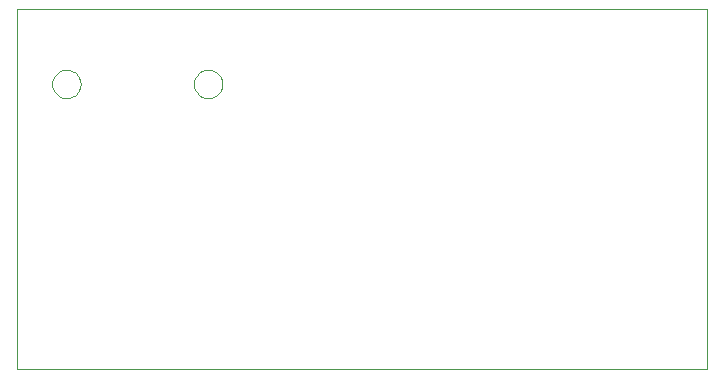
<source format=gko>
G75*
%MOIN*%
%OFA0B0*%
%FSLAX24Y24*%
%IPPOS*%
%LPD*%
%AMOC8*
5,1,8,0,0,1.08239X$1,22.5*
%
%ADD10C,0.0000*%
D10*
X000100Y000100D02*
X000100Y012100D01*
X023100Y012100D01*
X023100Y000100D01*
X000100Y000100D01*
X001266Y009600D02*
X001268Y009643D01*
X001274Y009685D01*
X001284Y009727D01*
X001297Y009768D01*
X001314Y009808D01*
X001335Y009845D01*
X001359Y009881D01*
X001386Y009914D01*
X001416Y009945D01*
X001449Y009973D01*
X001484Y009998D01*
X001521Y010019D01*
X001560Y010037D01*
X001600Y010051D01*
X001642Y010062D01*
X001684Y010069D01*
X001727Y010072D01*
X001770Y010071D01*
X001813Y010066D01*
X001855Y010057D01*
X001896Y010045D01*
X001936Y010029D01*
X001974Y010009D01*
X002010Y009986D01*
X002044Y009959D01*
X002076Y009930D01*
X002104Y009898D01*
X002130Y009863D01*
X002152Y009827D01*
X002171Y009788D01*
X002186Y009748D01*
X002198Y009707D01*
X002206Y009664D01*
X002210Y009621D01*
X002210Y009579D01*
X002206Y009536D01*
X002198Y009493D01*
X002186Y009452D01*
X002171Y009412D01*
X002152Y009373D01*
X002130Y009337D01*
X002104Y009302D01*
X002076Y009270D01*
X002044Y009241D01*
X002010Y009214D01*
X001974Y009191D01*
X001936Y009171D01*
X001896Y009155D01*
X001855Y009143D01*
X001813Y009134D01*
X001770Y009129D01*
X001727Y009128D01*
X001684Y009131D01*
X001642Y009138D01*
X001600Y009149D01*
X001560Y009163D01*
X001521Y009181D01*
X001484Y009202D01*
X001449Y009227D01*
X001416Y009255D01*
X001386Y009286D01*
X001359Y009319D01*
X001335Y009355D01*
X001314Y009392D01*
X001297Y009432D01*
X001284Y009473D01*
X001274Y009515D01*
X001268Y009557D01*
X001266Y009600D01*
X005990Y009600D02*
X005992Y009643D01*
X005998Y009685D01*
X006008Y009727D01*
X006021Y009768D01*
X006038Y009808D01*
X006059Y009845D01*
X006083Y009881D01*
X006110Y009914D01*
X006140Y009945D01*
X006173Y009973D01*
X006208Y009998D01*
X006245Y010019D01*
X006284Y010037D01*
X006324Y010051D01*
X006366Y010062D01*
X006408Y010069D01*
X006451Y010072D01*
X006494Y010071D01*
X006537Y010066D01*
X006579Y010057D01*
X006620Y010045D01*
X006660Y010029D01*
X006698Y010009D01*
X006734Y009986D01*
X006768Y009959D01*
X006800Y009930D01*
X006828Y009898D01*
X006854Y009863D01*
X006876Y009827D01*
X006895Y009788D01*
X006910Y009748D01*
X006922Y009707D01*
X006930Y009664D01*
X006934Y009621D01*
X006934Y009579D01*
X006930Y009536D01*
X006922Y009493D01*
X006910Y009452D01*
X006895Y009412D01*
X006876Y009373D01*
X006854Y009337D01*
X006828Y009302D01*
X006800Y009270D01*
X006768Y009241D01*
X006734Y009214D01*
X006698Y009191D01*
X006660Y009171D01*
X006620Y009155D01*
X006579Y009143D01*
X006537Y009134D01*
X006494Y009129D01*
X006451Y009128D01*
X006408Y009131D01*
X006366Y009138D01*
X006324Y009149D01*
X006284Y009163D01*
X006245Y009181D01*
X006208Y009202D01*
X006173Y009227D01*
X006140Y009255D01*
X006110Y009286D01*
X006083Y009319D01*
X006059Y009355D01*
X006038Y009392D01*
X006021Y009432D01*
X006008Y009473D01*
X005998Y009515D01*
X005992Y009557D01*
X005990Y009600D01*
M02*

</source>
